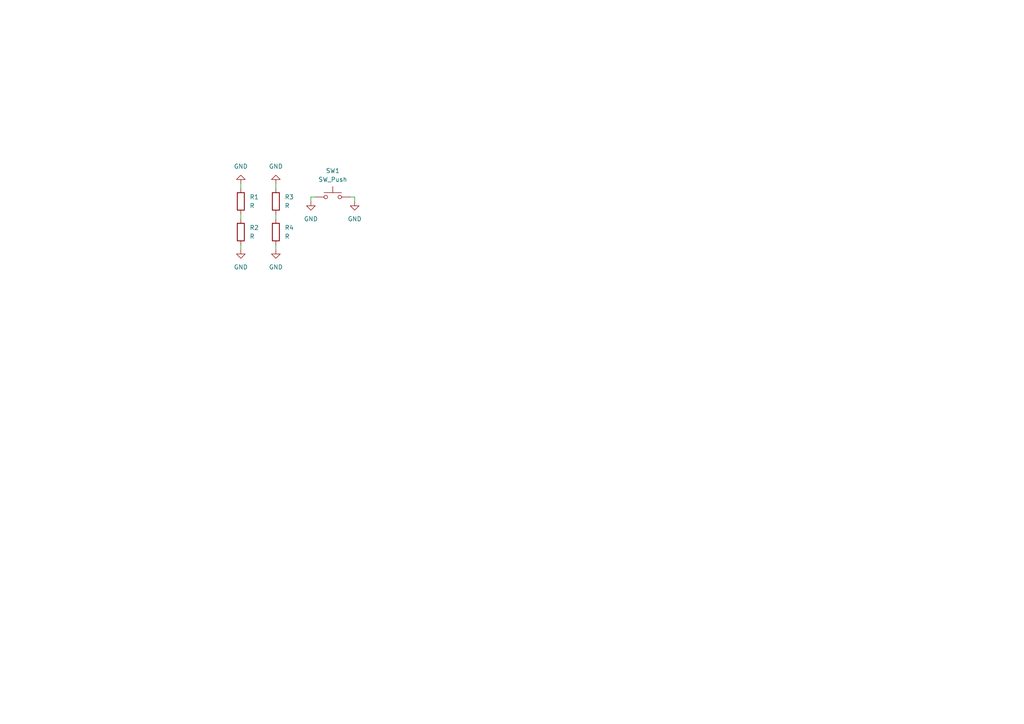
<source format=kicad_sch>
(kicad_sch (version 20230121) (generator eeschema)
  (paper "A4")
  (lib_symbols
    (symbol "Device:R" (pin_numbers hide) (pin_names (offset 0))
      (property "Reference" "R" (at 2.032 0 90))
      (property "Value" "R" (at 0 0 90))
      (symbol "R_0_1"
        (rectangle (start -1.016 -2.54) (end 1.016 2.54) (stroke (width 0.254)))
      )
      (symbol "R_1_1"
        (pin passive line (at 0 3.81 270) (length 1.27) (name "~") (number "1"))
        (pin passive line (at 0 -3.81 90) (length 1.27) (name "~") (number "2"))
      )
    )
    (symbol "Switch:SW_Push" (pin_numbers hide) (pin_names (offset 1.016) hide)
      (property "Reference" "SW" (at 1.27 2.54 0))
      (property "Value" "SW_Push" (at 0 -1.524 0))
      (symbol "SW_Push_0_1"
        (circle (center -2.032 0) (radius 0.508))
        (polyline (pts (xy 0 1.27) (xy 0 3.048)))
        (polyline (pts (xy 2.54 1.27) (xy -2.54 1.27)))
        (circle (center 2.032 0) (radius 0.508))
        (pin passive line (at -5.08 0 0) (length 2.54) (name "1") (number "1"))
        (pin passive line (at 5.08 0 180) (length 2.54) (name "2") (number "2"))
      )
    )
    (symbol "power:GND" (power) (pin_names (offset 0))
      (property "Value" "GND" (at 0 -3.81 0))
      (symbol "GND_0_1"
        (polyline (pts (xy 0 0) (xy 0 -1.27) (xy 1.27 -1.27) (xy 0 -2.54) (xy -1.27 -1.27) (xy 0 -1.27)))
      )
      (symbol "GND_1_1"
        (pin power_in line (at 0 0 270) (length 0) hide (name "GND") (number "1"))
      )
    )
  )
  (wire (pts (xy 69.85 71.12) (xy 69.85 72.39)))
  (wire (pts (xy 90.17 57.15) (xy 90.17 58.42)))
  (wire (pts (xy 80.01 71.12) (xy 80.01 72.39)))
  (wire (pts (xy 102.87 58.42) (xy 102.87 57.15)))
  (wire (pts (xy 80.01 53.34) (xy 80.01 54.61)))
  (wire (pts (xy 69.85 62.23) (xy 69.85 63.5)))
  (wire (pts (xy 69.85 53.34) (xy 69.85 54.61)))
  (wire (pts (xy 102.87 57.15) (xy 101.6 57.15)))
  (wire (pts (xy 80.01 62.23) (xy 80.01 63.5)))
  (wire (pts (xy 91.44 57.15) (xy 90.17 57.15)))
  (symbol (lib_id "Switch:SW_Push") (at 96.52 57.15 0) (unit 1)
    (property "Reference" "SW1" (at 96.52 49.53 0))
    (property "Value" "SW_Push" (at 96.52 52.07 0))
    (property "Footprint" "Button_Switch_THT:SW_PUSH_6mm_H8mm" (effects hide))
  )
  (symbol (lib_id "power:GND") (at 90.17 58.42 0) (unit 1)
    (property "Reference" "#PWR05" (effects hide))
    (property "Value" "GND" (at 90.17 63.5 0))
  )
  (symbol (lib_id "Device:R") (at 80.01 67.31 0) (unit 1)
    (property "Reference" "R4" (at 82.55 66.04 0) (effects (justify left)))
    (property "Value" "R" (at 82.55 68.58 0) (effects (justify left)))
    (property "Footprint" "Resistor_SMD:R_1206_3216Metric" (effects hide))
  )
  (symbol (lib_id "power:GND") (at 80.01 53.34 180) (unit 1)
    (property "Reference" "#PWR03" (effects hide))
    (property "Value" "GND" (at 80.01 48.26 0))
  )
  (symbol (lib_id "Device:R") (at 69.85 58.42 0) (unit 1)
    (property "Reference" "R1" (at 72.39 57.15 0) (effects (justify left)))
    (property "Value" "R" (at 72.39 59.69 0) (effects (justify left)))
    (property "Footprint" "Resistor_SMD:R_1206_3216Metric" (effects hide))
  )
  (symbol (lib_id "Device:R") (at 80.01 58.42 0) (unit 1)
    (property "Reference" "R3" (at 82.55 57.15 0) (effects (justify left)))
    (property "Value" "R" (at 82.55 59.69 0) (effects (justify left)))
    (property "Footprint" "Resistor_SMD:R_1206_3216Metric" (effects hide))
  )
  (symbol (lib_id "power:GND") (at 69.85 72.39 0) (unit 1)
    (property "Reference" "#PWR01" (effects hide))
    (property "Value" "GND" (at 69.85 77.47 0))
  )
  (symbol (lib_id "Device:R") (at 69.85 67.31 0) (unit 1)
    (property "Reference" "R2" (at 72.39 66.04 0) (effects (justify left)))
    (property "Value" "R" (at 72.39 68.58 0) (effects (justify left)))
    (property "Footprint" "Resistor_SMD:R_1206_3216Metric" (effects hide))
  )
  (symbol (lib_id "power:GND") (at 69.85 53.34 180) (unit 1)
    (property "Reference" "#PWR02" (effects hide))
    (property "Value" "GND" (at 69.85 48.26 0))
  )
  (symbol (lib_id "power:GND") (at 80.01 72.39 0) (unit 1)
    (property "Reference" "#PWR04" (effects hide))
    (property "Value" "GND" (at 80.01 77.47 0))
  )
  (symbol (lib_id "power:GND") (at 102.87 58.42 0) (unit 1)
    (property "Reference" "#PWR06" (effects hide))
    (property "Value" "GND" (at 102.87 63.5 0))
  )
)
</source>
